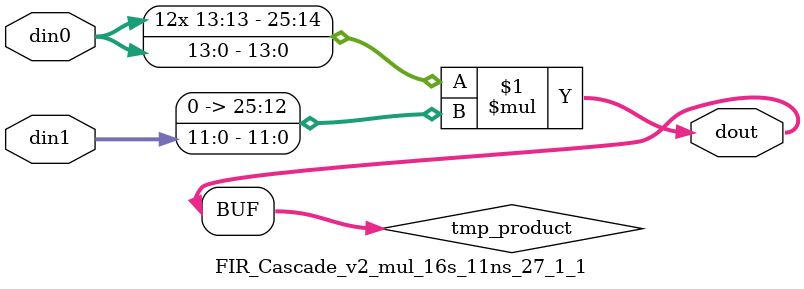
<source format=v>

`timescale 1 ns / 1 ps

 module FIR_Cascade_v2_mul_16s_11ns_27_1_1(din0, din1, dout);
parameter ID = 1;
parameter NUM_STAGE = 0;
parameter din0_WIDTH = 14;
parameter din1_WIDTH = 12;
parameter dout_WIDTH = 26;

input [din0_WIDTH - 1 : 0] din0; 
input [din1_WIDTH - 1 : 0] din1; 
output [dout_WIDTH - 1 : 0] dout;

wire signed [dout_WIDTH - 1 : 0] tmp_product;


























assign tmp_product = $signed(din0) * $signed({1'b0, din1});









assign dout = tmp_product;





















endmodule

</source>
